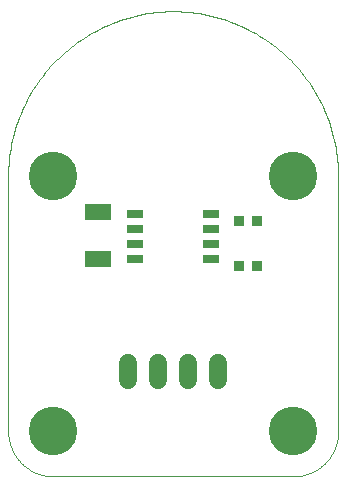
<source format=gts>
G75*
%MOIN*%
%OFA0B0*%
%FSLAX25Y25*%
%IPPOS*%
%LPD*%
%AMOC8*
5,1,8,0,0,1.08239X$1,22.5*
%
%ADD10R,0.03550X0.03550*%
%ADD11R,0.05400X0.02900*%
%ADD12C,0.05943*%
%ADD13C,0.00000*%
%ADD14C,0.16211*%
%ADD15R,0.09061X0.05518*%
D10*
X0083847Y0089006D03*
X0089753Y0089006D03*
X0089753Y0104006D03*
X0083847Y0104006D03*
D11*
X0074359Y0106368D03*
X0074359Y0101368D03*
X0074359Y0096368D03*
X0074359Y0091368D03*
X0049162Y0091368D03*
X0049162Y0096368D03*
X0049162Y0101368D03*
X0049162Y0106368D03*
D12*
X0046800Y0056778D02*
X0046800Y0051234D01*
X0056800Y0051234D02*
X0056800Y0056778D01*
X0066800Y0056778D02*
X0066800Y0051234D01*
X0076800Y0051234D02*
X0076800Y0056778D01*
D13*
X0101800Y0019006D02*
X0021800Y0019006D01*
X0021438Y0019010D01*
X0021075Y0019024D01*
X0020713Y0019045D01*
X0020352Y0019076D01*
X0019992Y0019115D01*
X0019633Y0019163D01*
X0019275Y0019220D01*
X0018918Y0019285D01*
X0018563Y0019359D01*
X0018210Y0019442D01*
X0017859Y0019533D01*
X0017511Y0019632D01*
X0017165Y0019740D01*
X0016821Y0019856D01*
X0016481Y0019981D01*
X0016144Y0020113D01*
X0015810Y0020254D01*
X0015479Y0020403D01*
X0015152Y0020560D01*
X0014829Y0020724D01*
X0014510Y0020896D01*
X0014196Y0021076D01*
X0013885Y0021264D01*
X0013580Y0021459D01*
X0013279Y0021661D01*
X0012983Y0021871D01*
X0012693Y0022087D01*
X0012407Y0022311D01*
X0012127Y0022541D01*
X0011853Y0022778D01*
X0011585Y0023022D01*
X0011322Y0023272D01*
X0011066Y0023528D01*
X0010816Y0023791D01*
X0010572Y0024059D01*
X0010335Y0024333D01*
X0010105Y0024613D01*
X0009881Y0024899D01*
X0009665Y0025189D01*
X0009455Y0025485D01*
X0009253Y0025786D01*
X0009058Y0026091D01*
X0008870Y0026402D01*
X0008690Y0026716D01*
X0008518Y0027035D01*
X0008354Y0027358D01*
X0008197Y0027685D01*
X0008048Y0028016D01*
X0007907Y0028350D01*
X0007775Y0028687D01*
X0007650Y0029027D01*
X0007534Y0029371D01*
X0007426Y0029717D01*
X0007327Y0030065D01*
X0007236Y0030416D01*
X0007153Y0030769D01*
X0007079Y0031124D01*
X0007014Y0031481D01*
X0006957Y0031839D01*
X0006909Y0032198D01*
X0006870Y0032558D01*
X0006839Y0032919D01*
X0006818Y0033281D01*
X0006804Y0033644D01*
X0006800Y0034006D01*
X0006800Y0119006D01*
X0006816Y0120345D01*
X0006865Y0121684D01*
X0006947Y0123021D01*
X0007061Y0124355D01*
X0007207Y0125687D01*
X0007386Y0127014D01*
X0007597Y0128337D01*
X0007841Y0129654D01*
X0008116Y0130965D01*
X0008423Y0132268D01*
X0008762Y0133564D01*
X0009132Y0134851D01*
X0009533Y0136129D01*
X0009966Y0137397D01*
X0010429Y0138654D01*
X0010923Y0139899D01*
X0011447Y0141132D01*
X0012000Y0142351D01*
X0012584Y0143557D01*
X0013196Y0144748D01*
X0013837Y0145924D01*
X0014507Y0147084D01*
X0015205Y0148227D01*
X0015930Y0149353D01*
X0016683Y0150461D01*
X0017462Y0151551D01*
X0018268Y0152621D01*
X0019099Y0153671D01*
X0019956Y0154700D01*
X0020838Y0155709D01*
X0021743Y0156695D01*
X0022673Y0157659D01*
X0023626Y0158601D01*
X0024601Y0159519D01*
X0025599Y0160412D01*
X0026618Y0161282D01*
X0027658Y0162126D01*
X0028718Y0162944D01*
X0029798Y0163737D01*
X0030896Y0164503D01*
X0032014Y0165242D01*
X0033148Y0165954D01*
X0034300Y0166637D01*
X0035468Y0167293D01*
X0036652Y0167920D01*
X0037850Y0168518D01*
X0039063Y0169086D01*
X0040289Y0169625D01*
X0041528Y0170134D01*
X0042779Y0170612D01*
X0044042Y0171060D01*
X0045314Y0171477D01*
X0046597Y0171863D01*
X0047889Y0172218D01*
X0049189Y0172541D01*
X0050496Y0172832D01*
X0051810Y0173091D01*
X0053130Y0173318D01*
X0054455Y0173513D01*
X0055785Y0173676D01*
X0057118Y0173806D01*
X0058453Y0173904D01*
X0059791Y0173969D01*
X0061130Y0174002D01*
X0062470Y0174002D01*
X0063809Y0173969D01*
X0065147Y0173904D01*
X0066482Y0173806D01*
X0067815Y0173676D01*
X0069145Y0173513D01*
X0070470Y0173318D01*
X0071790Y0173091D01*
X0073104Y0172832D01*
X0074411Y0172541D01*
X0075711Y0172218D01*
X0077003Y0171863D01*
X0078286Y0171477D01*
X0079558Y0171060D01*
X0080821Y0170612D01*
X0082072Y0170134D01*
X0083311Y0169625D01*
X0084537Y0169086D01*
X0085750Y0168518D01*
X0086948Y0167920D01*
X0088132Y0167293D01*
X0089300Y0166637D01*
X0090452Y0165954D01*
X0091586Y0165242D01*
X0092704Y0164503D01*
X0093802Y0163737D01*
X0094882Y0162944D01*
X0095942Y0162126D01*
X0096982Y0161282D01*
X0098001Y0160412D01*
X0098999Y0159519D01*
X0099974Y0158601D01*
X0100927Y0157659D01*
X0101857Y0156695D01*
X0102762Y0155709D01*
X0103644Y0154700D01*
X0104501Y0153671D01*
X0105332Y0152621D01*
X0106138Y0151551D01*
X0106917Y0150461D01*
X0107670Y0149353D01*
X0108395Y0148227D01*
X0109093Y0147084D01*
X0109763Y0145924D01*
X0110404Y0144748D01*
X0111016Y0143557D01*
X0111600Y0142351D01*
X0112153Y0141132D01*
X0112677Y0139899D01*
X0113171Y0138654D01*
X0113634Y0137397D01*
X0114067Y0136129D01*
X0114468Y0134851D01*
X0114838Y0133564D01*
X0115177Y0132268D01*
X0115484Y0130965D01*
X0115759Y0129654D01*
X0116003Y0128337D01*
X0116214Y0127014D01*
X0116393Y0125687D01*
X0116539Y0124355D01*
X0116653Y0123021D01*
X0116735Y0121684D01*
X0116784Y0120345D01*
X0116800Y0119006D01*
X0116800Y0034006D01*
X0116796Y0033644D01*
X0116782Y0033281D01*
X0116761Y0032919D01*
X0116730Y0032558D01*
X0116691Y0032198D01*
X0116643Y0031839D01*
X0116586Y0031481D01*
X0116521Y0031124D01*
X0116447Y0030769D01*
X0116364Y0030416D01*
X0116273Y0030065D01*
X0116174Y0029717D01*
X0116066Y0029371D01*
X0115950Y0029027D01*
X0115825Y0028687D01*
X0115693Y0028350D01*
X0115552Y0028016D01*
X0115403Y0027685D01*
X0115246Y0027358D01*
X0115082Y0027035D01*
X0114910Y0026716D01*
X0114730Y0026402D01*
X0114542Y0026091D01*
X0114347Y0025786D01*
X0114145Y0025485D01*
X0113935Y0025189D01*
X0113719Y0024899D01*
X0113495Y0024613D01*
X0113265Y0024333D01*
X0113028Y0024059D01*
X0112784Y0023791D01*
X0112534Y0023528D01*
X0112278Y0023272D01*
X0112015Y0023022D01*
X0111747Y0022778D01*
X0111473Y0022541D01*
X0111193Y0022311D01*
X0110907Y0022087D01*
X0110617Y0021871D01*
X0110321Y0021661D01*
X0110020Y0021459D01*
X0109715Y0021264D01*
X0109404Y0021076D01*
X0109090Y0020896D01*
X0108771Y0020724D01*
X0108448Y0020560D01*
X0108121Y0020403D01*
X0107790Y0020254D01*
X0107456Y0020113D01*
X0107119Y0019981D01*
X0106779Y0019856D01*
X0106435Y0019740D01*
X0106089Y0019632D01*
X0105741Y0019533D01*
X0105390Y0019442D01*
X0105037Y0019359D01*
X0104682Y0019285D01*
X0104325Y0019220D01*
X0103967Y0019163D01*
X0103608Y0019115D01*
X0103248Y0019076D01*
X0102887Y0019045D01*
X0102525Y0019024D01*
X0102162Y0019010D01*
X0101800Y0019006D01*
D14*
X0101800Y0034006D03*
X0101800Y0119006D03*
X0021800Y0119006D03*
X0021800Y0034006D03*
D15*
X0036800Y0091423D03*
X0036800Y0106982D03*
M02*

</source>
